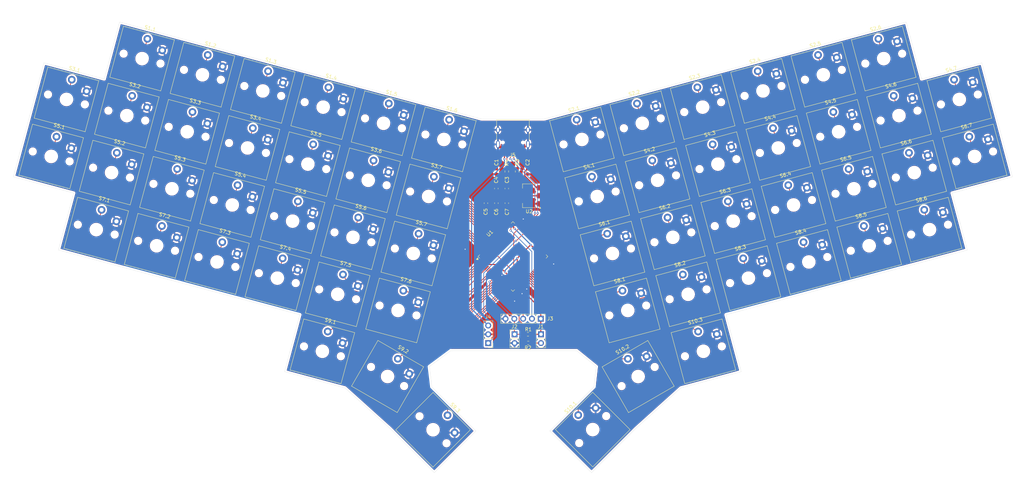
<source format=kicad_pcb>
(kicad_pcb (version 20240108) (generator "pcbnew") (generator_version "8.0")
  (layers (0 "F.Cu" signal) (31 "B.Cu" signal) (34 "B.Paste" user) (35 "F.Paste" user) (36 "B.SilkS" user "B.Silkscreen") (37 "F.SilkS" user "F.Silkscreen") (38 "B.Mask" user) (39 "F.Mask" user) (44 "Edge.Cuts" user))
  (net 0 "")
  (net 2 "+5V")
  (net 3 "GND")
  (net 5 "+3V3")
  (net 7 "BOOT")
  (net 8 "RESET")
  (net 9 "SWDIO")
  (net 10 "SWCLK")
  (net 12 "PA9")
  (net 14 "D_N")
  (net 17 "Net-(J5-CC1)")
  (net 18 "D_P")
  (net 19 "Net-(J5-CC2)")
  (net 20 "S1.1")
  (net 21 "S1.2")
  (net 22 "S1.3")
  (net 23 "S1.4")
  (net 24 "S1.5")
  (net 25 "S1.6")
  (net 26 "S2.1")
  (net 28 "S2.2")
  (net 29 "S2.3")
  (net 30 "S2.4")
  (net 31 "S2.5")
  (net 33 "S2.6")
  (net 34 "S3.1")
  (net 35 "S3.2")
  (net 37 "S3.3")
  (net 38 "S3.4")
  (net 39 "S3.5")
  (net 40 "S3.6")
  (net 41 "S3.7")
  (net 42 "S4.1")
  (net 44 "S4.2")
  (net 45 "S4.3")
  (net 46 "S4.4")
  (net 48 "S4.5")
  (net 49 "S4.6")
  (net 51 "S4.7")
  (net 52 "S5.1")
  (net 53 "S5.2")
  (net 54 "S5.3")
  (net 55 "S5.4")
  (net 56 "S5.5")
  (net 57 "S5.6")
  (net 59 "S5.7")
  (net 61 "S6.1")
  (net 64 "S6.2")
  (net 65 "S6.3")
  (net 67 "S6.4")
  (net 68 "S6.5")
  (net 69 "S6.6")
  (net 70 "S6.7")
  (net 72 "S7.1")
  (net 73 "S7.2")
  (net 74 "S7.3")
  (net 75 "S7.4")
  (net 76 "S7.5")
  (net 77 "S7.6")
  (net 78 "S8.1")
  (net 79 "S8.2")
  (net 80 "S8.3")
  (net 81 "S8.4")
  (net 82 "S8.5")
  (net 83 "S8.6")
  (net 84 "S9.1")
  (net 85 "S9.2")
  (net 88 "S9.3")
  (net 89 "S10.1")
  (net 91 "S10.2")
  (net 93 "S10.3")
  (net 94 "I2C_DAT")
  (net 95 "I2C_CLK")
  (footprint "Capacitor_SMD:C_0603_1608Metric" (layer "F.Cu") (at 210.988742 104.315001 90)
    (property "Reference" "C3")
    (property "Value" "4.7uF")
  )
  (footprint "ScottoKeebs_Choc:Choc_V1_1.00u" (layer "F.Cu") (at 101.5322 83.30447 -15)
    (property "Reference" "S3.2")
    (property "Value" "Keyswitch")
  )
  (footprint "ScottoKeebs_Choc:Choc_V1_1.00u" (layer "F.Cu") (at 97.132276 99.725209 -15)
    (property "Reference" "S5.2")
    (property "Value" "Keyswitch")
  )
  (footprint "Resistor_SMD:R_0603_1608Metric" (layer "F.Cu") (at 213.998778 99.394141 -90)
    (property "Reference" "R3")
    (property "Value" "5.1k")
  )
  (footprint "ScottoKeebs_Choc:Choc_V1_1.00u" (layer "F.Cu") (at 258.838545 118.360181 15)
    (property "Reference" "S6.2")
    (property "Value" "Keyswitch")
  )
  (footprint "Package_TO_SOT_SMD:SOT-223-3_TabPin2" (layer "F.Cu") (at 217.438742 106.396448 180)
    (property "Reference" "U2")
    (property "Value" "AMS1117-3.3")
  )
  (footprint "Connector_PinHeader_2.54mm:PinHeader_1x03_P2.54mm_Vertical" (layer "F.Cu") (at 205.648778 148.849141 180)
    (property "Reference" "J4")
    (property "Value" "Conn_01x03")
  )
  (footprint "ScottoKeebs_Choc:Choc_V1_1.00u" (layer "F.Cu") (at 144.892347 130.122177 -15)
    (property "Reference" "S7.4")
    (property "Value" "Keyswitch")
  )
  (footprint "Connector_PinHeader_2.54mm:PinHeader_1x02_P2.54mm_Vertical" (layer "F.Cu") (at 213.248778 146.299141)
    (property "Reference" "J2")
    (property "Value" "Conn_01x02")
  )
  (footprint "ScottoKeebs_Choc:Choc_V1_1.00u" (layer "F.Cu") (at 162.279013 134.780921 -15)
    (property "Reference" "S7.5")
    (property "Value" "Keyswitch")
  )
  (footprint "ScottoKeebs_Choc:Choc_V1_1.00u" (layer "F.Cu") (at 171.078859 101.939441 -15)
    (property "Reference" "S3.6")
    (property "Value" "Keyswitch")
  )
  (footprint "Capacitor_SMD:C_0603_1608Metric" (layer "F.Cu") (at 207.978778 99.394141 -90)
    (property "Reference" "C1")
    (property "Value" "100nF")
  )
  (footprint "ScottoKeebs_Choc:Choc_V1_1.00u" (layer "F.Cu") (at 328.385204 99.725206 15)
    (property "Reference" "S6.6")
    (property "Value" "Keyswitch")
  )
  (footprint "ScottoKeebs_Choc:Choc_V1_1.00u" (layer "F.Cu") (at 127.505682 125.463435 -15)
    (property "Reference" "S7.3")
    (property "Value" "Keyswitch")
  )
  (footprint "ScottoKeebs_Choc:Choc_V1_1.00u" (layer "F.Cu") (at 179.665678 139.439664 -15)
    (property "Reference" "S7.6")
    (property "Value" "Keyswitch")
  )
  (footprint "ScottoKeebs_Choc:Choc_V1_1.00u" (layer "F.Cu") (at 245.851808 139.43966 15)
    (property "Reference" "S8.1")
    (property "Value" "Keyswitch")
  )
  (footprint "Resistor_SMD:R_0603_1608Metric" (layer "F.Cu") (at 217.173778 148.799141)
    (property "Reference" "R2")
    (property "Value" "5.1k")
  )
  (footprint "ScottoKeebs_Choc:Choc_V1_1.00u" (layer "F.Cu") (at 302.198693 71.542473 15)
    (property "Reference" "S2.5")
    (property "Value" "Keyswitch")
  )
  (footprint "ScottoKeebs_Choc:Choc_V1_1.00u" (layer "F.Cu") (at 84.145535 78.645727 -15)
    (property "Reference" "S3.1")
    (property "Value" "Keyswitch")
  )
  (footprint "ScottoKeebs_Choc:Choc_V1_1.00u" (layer "F.Cu") (at 267.425366 80.859958 15)
    (property "Reference" "S2.3")
    (property "Value" "Keyswitch")
  )
  (footprint "ScottoKeebs_Choc:Choc_V1_1.00u" (layer "F.Cu") (at 114.518943 104.38395 -15)
    (property "Reference" "S5.3")
    (property "Value" "Keyswitch")
  )
  (footprint "ScottoKeebs_Choc:Choc_V1_1.00u" (layer "F.Cu") (at 192.865448 90.177445 -15)
    (property "Reference" "S1.6")
    (property "Value" "Keyswitch")
  )
  (footprint "ScottoKeebs_Choc:Choc_V1_1.00u" (layer "F.Cu") (at 157.879088 151.201659 -15)
    (property "Reference" "S9.1")
    (property "Value" "Keyswitch")
  )
  (footprint "ScottoKeebs_Choc:Choc_V1_1.00u" (layer "F.Cu") (at 267.638396 151.201655 15)
    (property "Reference" "S10.3")
    (property "Value" "Keyswitch")
  )
  (footprint "ScottoKeebs_Choc:Choc_V1_1.00u" (layer "F.Cu") (at 254.438623 101.939442 15)
    (property "Reference" "S4.2")
    (property "Value" "Keyswitch")
  )
  (footprint "ScottoKeebs_Choc:Choc_V1_1.00u" (layer "F.Cu") (at 189.753125 173.805211 -45)
    (property "Reference" "S9.3")
    (property "Value" "Keyswitch")
  )
  (footprint "ScottoKeebs_Choc:Choc_V1_1.00u" (layer "F.Cu") (at 298.011802 125.463433 15)
    (property "Reference" "S8.4")
    (property "Value" "Keyswitch")
  )
  (footprint "ScottoKeebs_Choc:Choc_V1_1.00u" (layer "F.Cu") (at 280.625138 130.122176 15)
    (property "Reference" "S8.3")
    (property "Value" "Keyswitch")
  )
  (footprint "ScottoKeebs_Choc:Choc_V1_1.00u" (layer "F.Cu") (at 289.211951 92.621955 15)
    (property "Reference" "S4.4")
    (property "Value" "Keyswitch")
  )
  (footprint "Resistor_SMD:R_0603_1608Metric" (layer "F.Cu") (at 210.988778 99.394141 -90)
    (property "Reference" "R4")
    (property "Value" "5.1k")
  )
  (footprint "ScottoKeebs_Choc:Choc_V1_1.00u" (layer "F.Cu") (at 284.812029 76.201217 15)
    (property "Reference" "S2.4")
    (property "Value" "Keyswitch")
  )
  (footprint "ScottoKeebs_Choc:Choc_V1_1.00u" (layer "F.Cu") (at 188.465524 106.598184 -15)
    (property "Reference" "S3.7")
    (property "Value" "Keyswitch")
  )
  (footprint "ScottoKeebs_Choc:Choc_V1_1.00u" (layer "F.Cu") (at 158.092118 80.85996 -15)
    (property "Reference" "S1.4")
    (property "Value" "Keyswitch")
  )
  (footprint "ScottoKeebs_Choc:Choc_V1_1.00u" (layer "F.Cu") (at 166.678937 118.360182 -15)
    (property "Reference" "S5.6")
    (property "Value" "Keyswitch")
  )
  (footprint "ScottoKeebs_Choc:Choc_V1_1.00u" (layer "F.Cu") (at 79.745611 95.066466 -15)
    (property "Reference" "S5.1")
    (property "Value" "Keyswitch")
  )
  (footprint "ScottoKeebs_Choc:Choc_V1_1.00u" (layer "F.Cu") (at 149.29227 113.701437 -15)
    (property "Reference" "S5.5")
    (property "Value" "Keyswitch")
  )
  (footprint "ScottoKeebs_Choc:Choc_V1_1.00u" (layer "F.Cu") (at 332.785131 116.145945 15)
    (property "Reference" "S8.6")
    (property "Value" "Keyswitch")
  )
  (footprint "ScottoKeebs_Choc:Choc_V1_1.00u" (layer "F.Cu") (at 293.611878 109.042693 15)
    (property "Reference" "S6.4")
    (property "Value" "Keyswitch")
  )
  (footprint "Capacitor_SMD:C_0603_1608Metric" (layer "F.Cu") (at 207.991258 108.53 -90)
    (property "Reference" "C6")
    (property "Value" "100nF")
  )
  (footprint "ScottoKeebs_Choc:Choc_V1_1.00u" (layer "F.Cu") (at 319.58536 66.883731 15)
    (property "Reference" "S2.6")
    (property "Value" "Keyswitch")
  )
  (footprint "ScottoKeebs_Choc:Choc_V1_1.00u" (layer "F.Cu") (at 184.065601 123.018923 -15)
    (property "Reference" "S5.7")
    (property "Value" "Keyswitch")
  )
  (footprint "ScottoKeebs_Choc:Choc_V1_1.00u" (layer "F.Cu") (at 250.038697 85.518701 15)
    (property "Reference" "S2.2")
    (property "Value" "Keyswitch")
  )
  (footprint "ScottoKeebs_Choc:Choc_V1_1.00u" (layer "F.Cu") (at 176.652795 158.459955 -30)
    (property "Reference" "S9.2")
    (property "Value" "Keyswitch")
  )
  (footprint "Capacitor_SMD:C_0603_1608Metric" (layer "F.Cu") (at 207.98 104.315001 90)
    (property "Reference" "C4")
    (property "Value" "100nF")
  )
  (footprint "ScottoKeebs_Choc:Choc_V1_1.00u" (layer "F.Cu") (at 263.238471 134.780916 15)
    (property "Reference" "S8.2")
    (property "Value" "Keyswitch")
  )
  (footprint "ScottoKeebs_Choc:Choc_V1_1.00u" (layer "F.Cu") (at 140.705453 76.201217 -15)
    (property "Reference" "S1.3")
    (property "Value" "Keyswitch")
  )
  (footprint "Connector_USB:USB_C_Receptacle_HRO_TYPE-C-31-M-12" (layer "F.Cu") (at 212.758742 88.446447 180)
    (property "Reference" "J5")
    (property "Value" "USB_C_Receptacle_USB2.0")
  )
  (footprint "ScottoKeebs_Choc:Choc_V1_1.00u" (layer "F.Cu") (at 248.838749 158.473506 30)
    (property "Reference" "S10.2")
    (property "Value" "Keyswitch")
  )
  (footprint "Package_QFP:LQFP-100_14x14mm_P0.5mm" (layer "F.Cu") (at 212.758742 123.887169 45)
    (property "Reference" "U1")
    (property "Value" "STM32F072V8Tx")
  )
  (footprint "ScottoKeebs_Choc:Choc_V1_1.00u" (layer "F.Cu") (at 271.825287 97.2807 15)
    (property "Reference" "S4.3")
    (property "Value" "Keyswitch")
  )
  (footprint "ScottoKeebs_Choc:Choc_V1_1.00u" (layer "F.Cu") (at 118.918867 87.96321 -15)
    (property "Reference" "S3.3")
    (property "Value" "Keyswitch")
  )
  (footprint "ScottoKeebs_Choc:Choc_V1_1.00u" (layer "F.Cu") (at 232.652036 90.177446 15)
    (property "Reference" "S2.1")
    (property "Value" "Keyswitch")
  )
  (footprint "ScottoKeebs_Choc:Choc_V1_1.00u" (layer "F.Cu") (at 345.77187 95.066464 15)
    (property "Reference" "S6.7")
    (property "Value" "Keyswitch")
  )
  (footprint "Connector_PinHeader_2.54mm:PinHeader_1x05_P2.54mm_Vertical" (layer "F.Cu") (at 220.788778 141.824141 -90)
    (property "Reference" "J3")
    (property "Value" "Conn_01x05")
  )
  (footprint "ScottoKeebs_Choc:Choc_V1_1.00u" (layer "F.Cu") (at 310.998545 104.38395 15)
    (property "Reference" "S6.5")
    (property "Value" "Keyswitch")
  )
  (footprint "Capacitor_SMD:C_0603_1608Metric" (layer "F.Cu") (at 217.008778 99.394141 -90)
    (property "Reference" "C2")
    (property "Value" "10uF")
  )
  (footprint "ScottoKeebs_Choc:Choc_V1_1.00u" (layer "F.Cu") (at 241.451883 123.018921 15)
    (property "Reference" "S6.1")
    (property "Value" "Keyswitch")
  )
  (footprint "ScottoKeebs_Choc:Choc_V1_1.00u" (layer "F.Cu") (at 105.932126 66.883731 -15)
    (property "Reference" "S1.1")
    (property "Value" "Keyswitch")
  )
  (footprint "ScottoKeebs_Choc:Choc_V1_1.00u" (layer "F.Cu") (at 276.22521 113.701439 15)
    (property "Reference" "S6.3")
    (property "Value" "Keyswitch")
  )
  (footprint "ScottoKeebs_Choc:Choc_V1_1.00u" (layer "F.Cu") (at 323.985285 83.304468 15)
    (property "Reference" "S4.6")
    (property "Value" "Keyswitch")
  )
  (footprint "ScottoKeebs_Choc:Choc_V1_1.00u" (layer "F.Cu") (at 131.905606 109.042696 -15)
    (property "Reference" "S5.4")
    (property "Value" "Keyswitch")
  )
  (footprint "ScottoKeebs_Choc:Choc_V1_1.00u" (layer "F.Cu") (at 237.051956 106.598182 15)
    (property "Reference" "S4.1")
    (property "Value" "Keyswitch")
  )
  (footprint "ScottoKeebs_Choc:Choc_V1_1.00u" (layer "F.Cu") (at 92.732352 116.145948 -15)
    (property "Reference" "S7.1")
    (property "Value" "Keyswitch")
  )
  (footprint "ScottoKeebs_Choc:Choc_V1_1.00u" (layer "F.Cu") (at 123.31879 71.542473 -15)
    (property "Reference" "S1.2")
    (property "Value" "Keyswitch")
  )
  (footprint "Capacitor_SMD:C_0603_1608Metric" (layer "F.Cu") (at 204.982516 108.53 -90)
    (property "Reference" "C5")
    (property "Value" "100nF")
  )
  (footprint "Connector_PinHeader_2.54mm:PinHeader_1x02_P2.54mm_Vertical" (layer "F.Cu") (at 220.848778 146.299141)
    (property "Reference" "J1")
    (property "Value" "Conn_01x02")
  )
  (footprint "ScottoKeebs_Choc:Choc_V1_1.00u" (layer "F.Cu") (at 153.692196 97.2807 -15)
    (property "Reference" "S3.5")
    (property "Value" "Keyswitch")
  )
  (footprint "ScottoKeebs_Choc:Choc_V1_1.00u" (layer "F.Cu") (at 175.478783 85.518702 -15)
    (property "Reference" "S1.5")
    (property "Value" "Keyswitch")
  )
  (footprint "ScottoKeebs_Choc:Choc_V1_1.00u" (layer "F.Cu") (at 341.371946 78.645724 15)
    (property "Reference" "S4.7")
    (property "Value" "Keyswitch")
  )
  (footprint "ScottoKeebs_Choc:Choc_V1_1.00u" (layer "F.Cu") (at 315.398464 120.804687 15)
    (property "Reference" "S8.5")
    (property "Value" "Keyswitch")
  )
  (footprint "ScottoKeebs_Choc:Choc_V1_1.00u" (layer "F.Cu") (at 306.598619 87.963211 15)
    (property "Reference" "S4.5")
    (property "Value" "Keyswitch")
  )
  (footprint "ScottoKeebs_Choc:Choc_V1_1.00u" (layer "F.Cu") (at 110.119018 120.80469 -15)
    (property "Reference" "S7.2")
    (property "Value" "Keyswitch")
  )
  (footprint "Capacitor_SMD:C_0603_1608Metric" (layer "F.Cu") (at 211 108.53 -90)
    (property "Reference" "C7")
    (property "Value" "100nF")
  )
  (footprint "Resistor_SMD:R_0603_1608Metric" (layer "F.Cu") (at 217.098778 146.299141)
    (property "Reference" "R1")
    (property "Value" "5.1k")
  )
  (footprint "ScottoKeebs_Choc:Choc_V1_1.00u" (layer "F.Cu") (at 136.30553 92.621957 -15)
    (property "Reference" "S3.4")
    (property "Value" "Keyswitch")
  )
  (footprint "ScottoKeebs_Choc:Choc_V1_1.00u" (layer "F.Cu") (at 235.75 173.75 45)
    (property "Reference" "S10.1")
    (property "Value" "Keyswitch")
  )
  (gr_line (start 248.13873 173.451655) (end 235.410808 186.179577) (stroke (width 0.05)) (layer "Edge.Cuts"))
  (gr_line (start 151.385719 140.661919) (end 146.985794 157.082657) (stroke (width 0.05)) (layer "Edge.Cuts"))
  (gr_line (start 235.410808 186.179577) (end 223.389994 174.158761) (stroke (width 0.05)) (layer "Edge.Cuts"))
  (gr_line (start 77.652164 68.105986) (end 68.852317 100.947464) (stroke (width 0.05)) (layer "Edge.Cuts"))
  (gr_line (start 223.389994 174.158761) (end 236.117916 161.430839) (stroke (width 0.05)) (layer "Edge.Cuts"))
  (gr_line (start 164.372459 161.7414) (end 177.378756 173.451658) (stroke (width 0.05)) (layer "Edge.Cuts"))
  (gr_line (start 278.53169 157.082653) (end 261.145025 161.741396) (stroke (width 0.05)) (layer "Edge.Cuts"))
  (gr_line (start 86.238982 105.606207) (end 81.839058 122.026946) (stroke (width 0.05)) (layer "Edge.Cuts"))
  (gr_line (start 95.038831 72.764729) (end 99.438756 56.34399) (stroke (width 0.05)) (layer "Edge.Cuts"))
  (gr_line (start 177.378756 173.451658) (end 190.106679 186.17958) (stroke (width 0.05)) (layer "Edge.Cuts"))
  (gr_line (start 343.678425 122.026943) (end 274.131767 140.661917) (stroke (width 0.05)) (layer "Edge.Cuts"))
  (gr_line (start 330.478654 72.764729) (end 347.865317 68.105983) (stroke (width 0.05)) (layer "Edge.Cuts"))
  (gr_line (start 146.985794 157.082657) (end 164.372459 161.7414) (stroke (width 0.05)) (layer "Edge.Cuts"))
  (gr_line (start 190.106679 186.17958) (end 202.127494 174.158764) (stroke (width 0.05)) (layer "Edge.Cuts"))
  (gr_line (start 347.865317 68.105983) (end 356.665164 100.947462) (stroke (width 0.05)) (layer "Edge.Cuts"))
  (gr_line (start 274.131767 140.661917) (end 278.53169 157.082653) (stroke (width 0.05)) (layer "Edge.Cuts"))
  (gr_line (start 236.794521 155.61229) (end 231.1 151) (stroke (width 0.05)) (layer "Edge.Cuts"))
  (gr_line (start 203.758742 84.296447) (end 221.758742 84.296448) (stroke (width 0.05)) (layer "Edge.Cuts"))
  (gr_line (start 221.758742 84.296448) (end 326.078731 56.34399) (stroke (width 0.05)) (layer "Edge.Cuts"))
  (gr_line (start 202.127494 174.158764) (end 189.399571 161.430842) (stroke (width 0.05)) (layer "Edge.Cuts"))
  (gr_line (start 95.038829 72.764729) (end 77.652164 68.105986) (stroke (width 0.05)) (layer "Edge.Cuts"))
  (gr_line (start 194.9 151) (end 231.1 151) (stroke (width 0.05)) (layer "Edge.Cuts"))
  (gr_line (start 203.758742 84.296447) (end 99.438756 56.34399) (stroke (width 0.05)) (layer "Edge.Cuts"))
  (gr_line (start 356.665164 100.947462) (end 339.278502 105.606204) (stroke (width 0.05)) (layer "Edge.Cuts"))
  (gr_line (start 261.145025 161.741396) (end 248.13873 173.451655) (stroke (width 0.05)) (layer "Edge.Cuts"))
  (gr_line (start 81.839058 122.026946) (end 151.385717 140.661918) (stroke (width 0.05)) (layer "Edge.Cuts"))
  (gr_line (start 68.852317 100.947464) (end 86.238981 105.606207) (stroke (width 0.05)) (layer "Edge.Cuts"))
  (gr_line (start 188.697024 155.598739) (end 194.9 151) (stroke (width 0.05)) (layer "Edge.Cuts"))
  (gr_line (start 189.399571 161.430842) (end 188.697024 155.598739) (stroke (width 0.05)) (layer "Edge.Cuts"))
  (gr_line (start 236.117916 161.430839) (end 236.794521 155.61229) (stroke (width 0.05)) (layer "Edge.Cuts"))
  (gr_line (start 326.078731 56.34399) (end 330.478654 72.764729) (stroke (width 0.05)) (layer "Edge.Cuts"))
  (gr_line (start 339.278502 105.606204) (end 343.678425 122.026943) (stroke (width 0.05)) (layer "Edge.Cuts"))
  (segment (start 219.641677 104.096448) (end 220.588742 104.096448) (width 0.3) (layer "F.Cu") (net 2))
  (segment (start 210.308742 94.194141) (end 210.308742 92.491447) (width 0.3) (layer "F.Cu") (net 2))
  (segment (start 210.308742 95.794105) (end 210.308742 94.194141) (width 0.3) (layer "F.Cu") (net 2))
  (segment (start 210.308743 91.631752) (end 210.308742 92.491447) (width 0.3) (layer "F.Cu") (net 2))
  (segment (start 215.208742 94.094141) (end 217.008778 95.894177) (width 0.3) (layer "F.Cu") (net 2))
  (segment (start 217.008778 98.619141) (end 216.183778 99.444141) (width 0.3) (layer "F.Cu") (net 2))
  (segment (start 210.308742 94.194141) (end 207.978778 96.524105) (width 0.3) (layer "F.Cu") (net 2))
  (segment (start 217.008778 95.894177) (end 217.008778 98.619141) (width 0.3) (layer "F.Cu") (net 2))
  (segment (start 213.938742 90.396447) (end 211.544047 90.396447) (width 0.3) (layer "F.Cu") (net 2))
  (segment (start 215.208742 94.094141) (end 215.208742 91.666448) (width 0.3) (layer "F.Cu") (net 2))
  (segment (start 216.183778 99.444141) (end 216.183778 100.638549) (width 0.3) (layer "F.Cu") (net 2))
  (segment (start 220.588742 104.096448) (end 220.588743 104.096447) (width 0.2) (layer "F.Cu") (net 2))
  (segment (start 216.183778 100.638549) (end 219.641677 104.096448) (width 0.3) (layer "F.Cu") (net 2))
  (segment (start 211.544047 90.396447) (end 210.308743 91.631752) (width 0.3) (layer "F.Cu") (net 2))
  (segment (start 215.208742 91.666448) (end 213.938742 90.396447) (width 0.3) (layer "F.Cu") (net 2))
  (segment (start 207.978778 96.524105) (end 207.978778 98.619141) (width 0.3) (layer "F.Cu") (net 2))
  (via (at 210.308742 95.794105) (size 0.6) (drill 0.3) (layers "F.Cu" "B.Cu") (net 2))
  (segment (start 200.858778 138.979141) (end 205.648778 143.769141) (width 0.3) (layer "B.Cu") (net 2))
  (segment (start 200.858778 106.694141) (end 200.858778 138.979141) (width 0.3) (layer "B.Cu") (net 2))
  (segment (start 210.308742 95.794105) (end 210.308742 97.244177) (width 0.3) (layer "B.Cu") (net 2))
  (segment (start 210.308742 97.244177) (end 200.858778 106.694141) (width 0.3) (layer "B.Cu") (net 2))
  (segment (start 209.508742 92.491447) (end 209.353742 92.491447) (width 0.2) (layer "F.Cu") (net 3))
  (segment (start 214.296699 133.203301) (end 215.4 134.306602) (width 0.2) (layer "F.Cu") (net 3))
  (segment (start 217.008778 100.169141) (end 222.633778 100.169141) (width 0.2) (layer "F.Cu") (net 3))
  (segment (start 222.356471 108.696448) (end 220.588742 108.696448) (width 0.2) (layer "F.Cu") (net 3))
  (segment (start 203.44261 122.349212) (end 202.854008 121.76061) (width 0.2) (layer "F.Cu") (net 3))
  (segment (start 215.75 113.117736) (end 215.75 113.1) (width 0.2) (layer "F.Cu") (net 3))
  (segment (start 216.008742 92.491447) (end 216.163742 92.491447) (width 0.2) (layer "F.Cu") (net 3))
  (segment (start 214.296699 114.571037) (end 215.75 113.117736) (width 0.2) (layer "F.Cu") (net 3))
  (segment (start 210.395173 131.200485) (end 210.395173 130.095173) (width 0.2) (layer "F.Cu") (net 3))
  (segment (start 209.353742 92.491447) (end 208.438742 91.576447) (width 0.2) (layer "F.Cu") (net 3))
  (segment (start 222.699748 126.05) (end 224.5 126.05) (width 0.2) (layer "F.Cu") (net 3))
  (segment (start 216.163742 92.491447) (end 217.078743 91.576448) (width 0.2) (layer "F.Cu") (net 3))
  (segment (start 215.4 134.306602) (end 215.4 134.6) (width 0.2) (layer "F.Cu") (net 3))
  (segment (start 222.074874 125.425126) (end 222.699748 126.05) (width 0.2) (layer "F.Cu") (net 3))
  (segment (start 202.854008 121.76061) (end 199.03939 121.76061) (width 0.2) (layer "F.Cu") (net 3))
  (segment (start 209.806571 131.789087) (end 210.395173 131.200485) (width 0.2) (layer "F.Cu") (net 3))
  (segment (start 223.358778 107.694141) (end 222.356471 108.696448) (width 0.2) (layer "F.Cu") (net 3))
  (segment (start 223.358778 100.894141) (end 223.358778 107.694141) (width 0.2) (layer "F.Cu") (net 3))
  (segment (start 210.395173 130.095173) (end 209.6 129.3) (width 0.2) (layer "F.Cu") (net 3))
  (segment (start 222.633778 100.169141) (end 223.358778 100.894141) (width 0.2) (layer "F.Cu") (net 3))
  (segment (start 199.03939 121.76061) (end 199 121.8) (width 0.2) (layer "F.Cu") (net 3))
  (via (at 199 121.8) (size 0.6) (drill 0.3) (layers "F.Cu" "B.Cu") (net 3))
  (via (at 216.75 133.25) (size 0.6) (drill 0.3) (layers "F.Cu" "B.Cu") (net 3))
  (via (at 209.6 129.3) (size 0.6) (drill 0.3) (layers "F.Cu" "B.Cu") (net 3))
  (via (at 224.5 126.05) (size 0.6) (drill 0.3) (layers "F.Cu" "B.Cu") (net 3))
  (via (at 215.4 134.6) (size 0.6) (drill 0.3) (layers "F.Cu" "B.Cu") (net 3))
  (via (at 213.25 136.75) (size 0.6) (drill 0.3) (layers "F.Cu" "B.Cu") (net 3))
  (via (at 215.75 113.1) (size 0.6) (drill 0.3) (layers "F.Cu" "B.Cu") (net 3))
  (segment (start 215.4 134.6) (end 213.25 136.75) (width 0.2) (layer "B.Cu") (net 3))
  (segment (start 215.4 134.6) (end 216.75 133.25) (width 0.2) (layer "B.Cu") (net 3))
  (segment (start 212.908778 115.519141) (end 212.908778 115.251852) (width 0.3) (layer "F.Cu") (net 5))
  (segment (start 203.089057 122.702765) (end 205.8 125.413708) (width 0.3) (layer "F.Cu") (net 5))
  (segment (start 205.8 125.413708) (end 205.8 125.896164) (width 0.3) (layer "F.Cu") (net 5))
  (segment (start 220.788778 138.988271) (end 220.788778 141.824141) (width 0.3) (layer "F.Cu") (net 5))
  (segment (start 220.588742 106.396447) (end 214.288742 106.396448) (width 0.3) (layer "F.Cu") (net 5))
  (segment (start 205.495426 126.200738) (end 204.856824 126.83934) (width 0.3) (layer "F.Cu") (net 5))
  (segment (start 210.988742 105.090002) (end 212.982296 105.090002) (width 0.3) (layer "F.Cu") (net 5))
  (segment (start 213.943146 114.217484) (end 215 113.16063) (width 0.3) (layer "F.Cu") (net 5))
  (segment (start 217.814954 120.587965) (end 214.008778 124.394141) (width 0.3) (layer "F.Cu") (net 5))
  (segment (start 213.296278 115.906641) (end 212.908778 115.519141) (width 0.3) (layer "F.Cu") (net 5))
  (segment (start 210.988742 105.090002) (end 207.98 105.090002) (width 0.3) (layer "F.Cu") (net 5))
  (segment (start 210.5 128.4) (end 208.300738 126.200738) (width 0.3) (layer "F.Cu") (net 5))
  (segment (start 211.7 130.602766) (end 210.160125 132.142641) (width 0.3) (layer "F.Cu") (net 5))
  (segment (start 220.788778 141.824141) (end 220.788778 146.239141) (width 0.3) (layer "F.Cu") (net 5))
  (segment (start 215 113) (end 214.288742 112.288742) (width 0.3) (layer "F.Cu") (net 5))
  (segment (start 208.300738 126.200738) (end 205.495426 126.200738) (width 0.3) (layer "F.Cu") (net 5))
  (segment (start 217.923778 146.299141) (end 220.848778 146.299141) (width 0.3) (layer "F.Cu") (net 5))
  (segment (start 217.944819 120.587965) (end 222.428427 125.071573) (width 0.3) (layer "F.Cu") (net 5))
  (segment (start 212.908778 115.251852) (end 213.943146 114.217484) (width 0.3) (layer "F.Cu") (net 5))
  (segment (start 217.944819 120.587965) (end 217.814954 120.587965) (width 0.3) (layer "F.Cu") (net 5))
  (segment (start 211.7 129.6) (end 211.7 130.602766) (width 0.3) (layer "F.Cu") (net 5))
  (segment (start 205.8 125.896164) (end 204.856824 126.83934) (width 0.3) (layer "F.Cu") (net 5))
  (segment (start 204.982516 107.754999) (end 207.991258 107.754999) (width 0.3) (layer "F.Cu") (net 5))
  (segment (start 212.982296 105.090002) (end 214.288742 106.396448) (width 0.3) (layer "F.Cu") (net 5))
  (segment (start 207.98 105.090002) (end 207.647513 105.090002) (width 0.3) (layer "F.Cu") (net 5))
  (segment (start 220.788778 146.239141) (end 220.848778 146.299141) (width 0.3) (layer "F.Cu") (net 5))
  (segment (start 207.991258 107.754999) (end 211 107.754999) (width 0.3) (layer "F.Cu") (net 5))
  (segment (start 214.288742 112.288742) (end 214.288742 106.396448) (width 0.3) (layer "F.Cu") (net 5))
  (segment (start 215 113.16063) (end 215 113) (width 0.3) (layer "F.Cu") (net 5))
  (segment (start 214.011651 132.211145) (end 214.008778 124.394141) (width 0.3) (layer "F.Cu") (net 5))
  (segment (start 207.647513 105.090002) (end 204.982516 107.754999) (width 0.3) (layer "F.Cu") (net 5))
  (segment (start 214.650253 132.849746) (end 220.788778 138.988271) (width 0.3) (layer "F.Cu") (net 5))
  (segment (start 210.5 128.4) (end 211.7 129.6) (width 0.3) (layer "F.Cu") (net 5))
  (segment (start 214.650253 132.849746) (end 214.011651 132.211145) (width 0.3) (layer "F.Cu") (net 5))
  (via (at 217.944819 120.587965) (size 0.6) (drill 0.3) (layers "F.Cu" "B.Cu") (net 5))
  (via (at 214.008778 124.394141) (size 0.6) (drill 0.3) (layers "F.Cu" "B.Cu") (net 5))
  (via (at 210.5 128.4) (size 0.6) (drill 0.3) (layers "F.Cu" "B.Cu") (net 5))
  (via (at 213.296278 115.906641) (size 0.6) (drill 0.3) (layers "F.Cu" "B.Cu") (net 5))
  (segment (start 210.5 127.902919) (end 210.5 128.4) (width 0.3) (layer "B.Cu") (net 5))
  (segment (start 217.944819 120.587965) (end 217.944819 120.555182) (width 0.3) (layer "B.Cu") (net 5))
  (segment (start 214.008778 124.394141) (end 210.5 127.902919) (width 0.3) (layer "B.Cu") (net 5))
  (segment (start 217.944819 120.555182) (end 213.296278 115.906641) (width 0.3) (layer "B.Cu") (net 5))
  (segment (start 217.223778 144.965487) (end 214.558778 142.300487) (width 0.2) (layer "F.Cu") (net 7))
  (segment (start 214.558778 142.300487) (end 214.558778 136.144141) (width 0.2) (layer "F.Cu") (net 7))
  (segment (start 217.223778 146.786789) (end 217.223778 144.965487) (width 0.2) (layer "F.Cu") (net 7))
  (segment (start 205.210377 120.581445) (end 212.516493 127.887561) (width 0.2) (layer "F.Cu") (net 7))
  (segment (start 214.558778 136.144141) (end 212.516493 134.101856) (width 0.2) (layer "F.Cu") (net 7))
  (segment (start 219.27613 148.839141) (end 217.223778 146.786789) (width 0.2) (layer "F.Cu") (net 7))
  (segment (start 220.848778 148.839141) (end 219.27613 148.839141) (width 0.2) (layer "F.Cu") (net 7))
  (segment (start 220.848778 148.839141) (end 218.038778 148.839141) (width 0.2) (layer "F.Cu") (net 7))
  (segment (start 218.038778 148.839141) (end 217.998778 148.799141) (width 0.2) (layer "F.Cu") (net 7))
  (segment (start 212.516493 134.101856) (end 212.516493 127.887561) (width 0.2) (layer "F.Cu") (net 7))
  (segment (start 213.248778 146.299141) (end 216.273778 146.299141) (width 0.2) (layer "F.Cu") (net 8))
  (segment (start 206.038778 131.172817) (end 206.180201 131.172817) (width 0.2) (layer "F.Cu") (net 8))
  (segment (start 213.168778 146.069141) (end 213.248778 146.149141) (width 0.2) (layer "F.Cu") (net 8))
  (segment (start 213.168778 141.824141) (end 213.168778 146.069141) (width 0.2) (layer "F.Cu") (net 8))
  (segment (start 206.180201 131.172817) (end 207.685251 129.667767) (width 0.2) (layer "F.Cu") (net 8))
  (via (at 206.038778 131.172817) (size 0.6) (drill 0.3) (layers "F.Cu" "B.Cu") (net 8))
  (segment (start 206.038778 134.694141) (end 213.168778 141.824141) (width 0.2) (layer "B.Cu") (net 8))
  (segment (start 206.038778 131.172817) (end 206.038778 134.694141) (width 0.2) (layer "B.Cu") (net 8))
  (segment (start 215.708778 135.958882) (end 215.708778 141.824141) (width 0.2) (layer "F.Cu") (net 9))
  (segment (start 213.000991 133.251095) (end 215.708778 135.958882) (width 0.2) (layer "F.Cu") (net 9))
  (segment (start 213.000991 117.280959) (end 213.000991 133.251095) (width 0.2) (layer "F.Cu") (net 9))
  (segment (start 215.003806 115.278144) (end 213.000991 117.280959) (width 0.2) (layer "F.Cu") (net 9))
  (segment (start 212.121278 116.381641) (end 212.16294 116.339979) (width 0.2) (layer "F.Cu") (net 10))
  (segment (start 212.16294 116.339979) (end 212.16294 114.806086) (width 0.2) (layer "F.Cu") (net 10))
  (segment (start 212.16294 114.806086) (end 211.574338 114.217484) (width 0.2) (layer "F.Cu") (net 10))
  (via (at 212.121278 116.381641) (size 0.6) (drill 0.3) (layers "F.Cu" "B.Cu") (net 10))
  (segment (start 212.121278 116.381641) (end 218.208778 122.469141) (width 0.2) (layer "B.Cu") (net 10))
  (segment (start 218.208778 122.469141) (end 218.208778 141.784141) (width 0.2) (layer "B.Cu") (net 10))
  (segment (start 218.208778 141.784141) (end 218.248778 141.824141) (width 0.2) (layer "B.Cu") (net 10))
  (segment (start 213.716237 119.394141) (end 216.41802 116.692358) (width 0.2) (layer "F.Cu") (net 12))
  (segment (start 213.608778 119.394141) (end 213.716237 119.394141) (width 0.2) (layer "F.Cu") (net 12))
  (via (at 213.608778 119.394141) (size 0.6) (drill 0.3) (layers "F.Cu" "B.Cu") (net 12))
  (segment (start 204.358778 139.694141) (end 207.608778 142.944141) (width 0.2) (layer "B.Cu") (net 12))
  (segment (start 207.608778 146.889141) (end 205.648778 148.849141) (width 0.2) (layer "B.Cu") (net 12))
  (segment (start 204.358778 128.644141) (end 204.358778 139.694141) (width 0.2) (layer "B.Cu") (net 12))
  (segment (start 213.608778 119.394141) (end 204.358778 128.644141) (width 0.2) (layer "B.Cu") (net 12))
  (segment (start 207.608778 142.944141) (end 207.608778 146.889141) (width 0.2) (layer "B.Cu") (net 12))
  (segment (start 215.710913 115.985251) (end 219.908778 111.787386) (width 0.2) (layer "F.Cu") (net 14))
  (segment (start 212.793742 94.451447) (end 213.008778 94.451447) (width 0.2) (layer "F.Cu") (net 14))
  (segment (start 213.508743 94.116447) (end 213.508742 92.491447) (width 0.2) (layer "F.Cu") (net 14))
  (segment (start 219.908778 111.787386) (end 219.908778 111.444141) (width 0.2) (layer "F.Cu") (net 14))
  (segment (start 213.008778 94.451447) (end 213.173742 94.451447) (width 0.2) (layer "F.Cu") (net 14))
  (segment (start 212.508742 94.166448) (end 212.793742 94.451447) (width 0.2) (layer "F.Cu") (net 14))
  (segment (start 213.173742 94.451447) (end 213.508743 94.116447) (width 0.2) (layer "F.Cu") (net 14))
  (segment (start 213.008778 94.451447) (end 213.008778 95.794141) (width 0.2) (layer "F.Cu") (net 14))
  (segment (start 212.508742 92.491447) (end 212.508742 94.166448) (width 0.2) (layer "F.Cu") (net 14))
  (via (at 213.008778 95.794141) (size 0.6) (drill 0.3) (layers "F.Cu" "B.Cu") (net 14))
  (via (at 219.908778 111.444141) (size 0.6) (drill 0.3) (layers "F.Cu" "B.Cu") (net 14))
  (segment (start 219.908778 102.694141) (end 219.908778 111.444141) (width 0.2) (layer "B.Cu") (net 14))
  (segment (start 213.008778 95.794141) (end 219.908778 102.694141) (width 0.2) (layer "B.Cu") (net 14))
  (segment (start 214.008743 98.559176) (end 213.998778 98.569141) (width 0.2) (layer "F.Cu") (net 17))
  (segment (start 214.008743 92.491447) (end 214.008743 98.559176) (width 0.2) (layer "F.Cu") (net 17))
  (segment (start 215.357359 115.631697) (end 219.108778 111.880278) (width 0.2) (layer "F.Cu") (net 18))
  (segment (start 212.008742 92.491447) (end 212.008742 95.794105) (width 0.2) (layer "F.Cu") (net 18))
  (segment (start 213.008742 92.491448) (end 213.008742 91.516447) (width 0.2) (layer "F.Cu") (net 18))
  (segment (start 213.008742 91.516447) (end 212.698742 91.206447) (width 0.2) (layer "F.Cu") (net 18))
  (segment (start 212.008742 91.516447) (end 212.008742 92.491448) (width 0.2) (layer "F.Cu") (net 18))
  (segment (start 212.318743 91.206447) (end 212.008742 91.516447) (width 0.2) (layer "F.Cu") (net 18))
  (segment (start 219.108778 111.880278) (end 219.108778 111.444141) (width 0.2) (layer "F.Cu") (net 18))
  (segment (start 212.008742 95.794105) (end 212.008778 95.794141) (width 0.2) (layer "F.Cu") (net 18))
  (segment (start 212.698742 91.206447) (end 212.318743 91.206447) (width 0.2) (layer "F.Cu") (net 18))
  (via (at 219.108778 111.444141) (size 0.6) (drill 0.3) (layers "F.Cu" "B.Cu") (net 18))
  (via (at 212.008778 95.794141) (size 0.6) (drill 0.3) (layers "F.Cu" "B.Cu") (net 18))
  (segment (start 219.108778 111.444141) (end 219.108778 102.894141) (width 0.2) (layer "B.Cu") (net 18))
  (segment (start 219.108778 102.894141) (end 212.008778 95.794141) (width 0.2) (layer "B.Cu") (net 18))
  (segment (start 211.008742 98.549177) (end 210.988778 98.569141) (width 0.2) (layer "F.Cu") (net 19))
  (segment (start 211.008742 92.491448) (end 211.008742 98.549177) (width 0.2) (layer "F.Cu") (net 19))
  (segment (start 207.331696 118.460124) (end 197 108.128428) (width 0.2) (layer "F.Cu") (net 20))
  (segment (start 197 102.865478) (end 194.317261 100.182739) (width 0.2) (layer "F.Cu") (net 20))
  (segment (start 194.317261 100.182739) (end 194.3 100.165478) (width 0.2) (layer "F.Cu") (net 20))
  (segment (start 107.459157 61.184769) (end 106.879796 63.346973) (width 0.2) (layer "F.Cu") (net 20))
  (segment (start 116.028295 79.192637) (end 194.3 100.165478) (width 0.2) (layer "F.Cu") (net 20))
  (segment (start 197 108.128428) (end 197 102.865478) (width 0.2) (layer "F.Cu") (net 20))
  (segment (start 106.879796 63.346973) (end 116.028295 79.192637) (width 0.2) (layer "F.Cu") (net 20))
  (segment (start 197.4 107.82132) (end 197.4 102.266804) (width 0.2) (layer "F.Cu") (net 21))
  (segment (start 124.266461 68.005715) (end 132.707854 82.626636) (width 0.2) (layer "F.Cu") (net 21))
  (segment (start 207.685251 118.106571) (end 197.4 107.82132) (width 0.2) (layer "F.Cu") (net 21))
  (segment (start 197.4 102.266804) (end 195.566598 100.433402) (width 0.2) (layer "F.Cu") (net 21))
  (segment (start 195.566598 100.433402) (end 194.25 99.116805) (width 0.2) (layer "F.Cu") (net 21))
  (segment (start 132.707854 82.626636) (end 133.632349 82.874353) (width 0.2) (layer "F.Cu") (net 21))
  (segment (start 124.845822 65.843512) (end 124.266461 68.005715) (width 0.2) (layer "F.Cu") (net 21))
  (segment (start 133.632349 82.874353) (end 194.25 99.116805) (width 0.2) (layer "F.Cu") (net 21))
  (segment (start 208.038804 117.753018) (end 208.038804 117.682306) (width 0.2) (layer "F.Cu") (net 22))
  (segment (start 142.232486 70.502254) (end 141.653125 72.664458) (width 0.2) (layer "F.Cu") (net 22))
  (segment (start 141.653125 72.664458) (end 149.38741 86.060634) (width 0.2) (layer "F.Cu") (net 22))
  (segment (start 149.38741 86.060634) (end 153.209685 87.084808) (width 0.2) (layer "F.Cu") (net 22))
  (segment (start 197.8 101.448514) (end 195.050743 98.699257) (width 0.2) (layer "F.Cu") (net 22))
  (segment (start 197.8 107.443502) (end 197.8 101.448514) (width 0.2) (layer "F.Cu") (net 22))
  (segment (start 208.038804 117.682306) (end 197.8 107.443502) (width 0.2) (layer "F.Cu") (net 22))
  (segment (start 195.050743 98.699257) (end 194.5 98.148514) (width 0.2) (layer "F.Cu") (net 22))
  (segment (start 153.209685 87.084808) (end 194.5 98.148514) (width 0.2) (layer "F.Cu") (net 22))
  (segment (start 159.03979 77.323202) (end 166.066968 89.494632) (width 0.2) (layer "F.Cu") (net 23))
  (segment (start 208.392358 117.399464) (end 198.2 107.207106) (width 0.2) (layer "F.Cu") (net 23))
  (segment (start 159.619152 75.160997) (end 159.03979 77.323202) (width 0.2) (layer "F.Cu") (net 23))
  (segment (start 166.066968 89.494632) (end 170.372206 90.648217) (width 0.2) (layer "F.Cu") (net 23))
  (segment (start 198.2 107.207106) (end 198.2 100.630226) (width 0.2) (layer "F.Cu") (net 23))
  (segment (start 195.034887 97.465113) (end 194.75 97.180226) (width 0.2) (layer "F.Cu") (net 23))
  (segment (start 170.372206 90.648217) (end 194.75 97.180226) (width 0.2) (layer "F.Cu") (net 23))
  (segment (start 198.2 100.630226) (end 195.034887 97.465113) (width 0.2) (layer "F.Cu") (net 23))
  (segment (start 198.6 106.9) (end 198.6 99.811936) (width 0.2) (layer "F.Cu") (net 24))
  (segment (start 177.005817 79.81974) (end 176.415354 82.023372) (width 0.2) (layer "F.Cu") (net 24))
  (segment (start 196.394032 97.605968) (end 195 96.211937) (width 0.2) (layer "F.Cu") (net 24))
  (segment (start 198.6 99.811936) (end 196.394032 97.605968) (width 0.2) (layer "F.Cu") (net 24))
  (segment (start 208.745911 117.045911) (end 198.6 106.9) (width 0.2) (layer "F.Cu") (net 24))
  (segment (start 176.415354 82.023372) (end 182.705098 92.917528) (width 0.2) (layer "F.Cu") (net 24))
  (segment (start 182.705098 92.917528) (end 195 96.211937) (width 0.2) (layer "F.Cu") (net 24))
  (segment (start 196.75 96.75) (end 195.5 95.5) (width 0.2) (layer "F.Cu") (net 25))
  (segment (start 193.672609 87.165079) (end 195.562146 90.437854) (width 0.2) (layer "F.Cu") (net 25))
  (segment (start 199 99) (end 196.75 96.75) (width 0.2) (layer "F.Cu") (net 25))
  (segment (start 194.39248 84.478484) (end 193.672609 87.165079) (width 0.2) (layer "F.Cu") (net 25))
  (segment (start 199 106.592894) (end 199 99) (width 0.2) (layer "F.Cu") (net 25))
  (segment (start 195.5 90.5) (end 195.562146 90.437854) (width 0.2) (layer "F.Cu") (net 25))
  (segment (start 209.099464 116.692358) (end 199 106.592894) (width 0.2) (layer "F.Cu") (net 25))
  (segment (start 195.5 95.5) (end 195.5 90.5) (width 0.2) (layer "F.Cu") (net 25))
  (segment (start 231.125002 84.478482) (end 231.857127 87.210803) (width 0.2) (layer "F.Cu") (net 26))
  (segment (start 224.358778 111.580026) (end 217.832233 118.106571) (width 0.2) (layer "F.Cu") (net 26))
  (segment (start 231.857127 87.210803) (end 226.698754 96.145366) (width 0.2) (layer "F.Cu") (net 26))
  (segment (start 224.358778 98.485342) (end 224.358778 111.580026) (width 0.2) (layer "F.Cu") (net 26))
  (segment (start 226.698754 96.145366) (end 224.358778 98.485342) (width 0.2) (layer "F.Cu") (net 26))
  (segment (start 223.655274 112.990637) (end 218.185788 118.460124) (width 0.2) (layer "F.Cu") (net 28))
  (segment (start 240.480534 93.487827) (end 235.650906 94.78192) (width 0.2) (layer "F.Cu") (net 28))
  (segment (start 248.511667 79.819737) (end 249.091028 81.981941) (width 0.2) (layer "F.Cu") (net 28))
  (segment (start 249.091028 81.981941) (end 242.80819 92.86413) (width 0.2) (layer "F.Cu") (net 28))
  (segment (start 225.108778 111.537133) (end 223.655274 112.990637) (width 0.2) (layer "F.Cu") (net 28))
  (segment (start 235.650906 94.78192) (end 226.957573 97.111291) (width 0.2) (layer "F.Cu") (net 28))
  (segment (start 225.108778 98.960086) (end 225.108778 111.537133) (width 0.2) (layer "F.Cu") (net 28))
  (segment (start 242.80819 92.86413) (end 240.480534 93.487827) (width 0.2) (layer "F.Cu") (net 28))
  (segment (start 226.957573 97.111291) (end 225.108778 98.960086) (width 0.2) (layer "F.Cu") (net 28))
  (segment (start 227.258742 98.065869) (end 227.216391 98.077218) (width 0.2) (layer "F.Cu") (net 29))
  (segment (start 235.42676 95.877255) (end 227.258742 98.065869) (width 0.2) (layer "F.Cu") (net 29))
  (segment (start 227.216391 98.077218) (end 225.858778 99.434831) (width 0.2) (layer "F.Cu") (net 29))
  (segment (start 265.898332 75.160996) (end 266.501046 77.410354) (width 0.2) (layer "F.Cu") (net 29))
  (segment (start 266.501046 77.410354) (end 259.574908 89.406779) (width 0.2) (layer "F.Cu") (net 29))
  (segment (start 259.574908 89.406779) (end 258.608981 89.665599) (width 0.2) (layer "F.Cu") (net 29))
  (segment (start 225.858778 99.434831) (end 225.858778 111.49424) (width 0.2) (layer "F.Cu") (net 29))
  (segment (start 225.858778 111.49424) (end 218.53934 118.813678) (width 0.2) (layer "F.Cu") (net 29))
  (segment (start 258.608981 89.665599) (end 235.42676 95.877255) (width 0.2) (layer "F.Cu") (net 29))
  (segment (start 226.608778 111.451347) (end 225.758742 112.301383) (width 0.2) (layer "F.Cu") (net 30))
  (segment (start 283.284996 70.502254) (end 284.01712 73.234575) (width 0.2) (layer "F.Cu") (net 30))
  (segment (start 235.202616 96.972592) (end 227.475212 99.043144) (width 0.2) (layer "F.Cu") (net 30))
  (segment (start 227.475212 99.043144) (end 226.608778 99.909578) (width 0.2) (layer "F.Cu") (net 30))
  (segment (start 284.01712 73.234575) (end 276.737429 85.843372) (width 0.2) (layer "F.Cu") (net 30))
  (segment (start 275.28854 86.2316) (end 235.202616 96.972592) (width 0.2) (layer "F.Cu") (net 30))
  (segment (start 226.608778 99.909578) (end 226.608778 111.451347) (width 0.2) (layer "F.Cu") (net 30))
  (segment (start 225.758742 112.301383) (end 218.892893 119.167231) (width 0.2) (layer "F.Cu") (net 30))
  (segment (start 276.737429 85.843372) (end 275.28854 86.2316) (width 0.2) (layer "F.Cu") (net 30))
  (segment (start 227.358778 100.384323) (end 227.358778 111.408455) (width 0.2) (layer "F.Cu") (net 31))
  (segment (start 301.251021 68.005713) (end 292.846865 82.562136) (width 0.2) (layer "F.Cu") (net 31))
  (segment (start 227.734031 100.00907) (end 227.358778 100.384323) (width 0.2) (layer "F.Cu") (net 31))
  (segment (start 227.358778 111.408455) (end 219.246448 119.520785) (width 0.2) (layer "F.Cu") (net 31))
  (segment (start 233.046621 98.585563) (end 227.734031 100.00907) (width 0.2) (layer "F.Cu") (net 31))
  (segment (start 290.519207 83.18583) (end 233.046621 98.585563) (width 0.2) (layer "F.Cu") (net 31))
  (segment (start 292.846865 82.562136) (end 290.519207 83.18583) (width 0.2) (layer "F.Cu") (net 31))
  (segment (start 300.671662 65.843509) (end 301.251021 68.005713) (width 0.2) (layer "F.Cu") (net 31))
  (segment (start 318.66104 63.434126) (end 309.613581 79.104786) (width 0.2) (layer "F.Cu") (net 33))
  (segment (start 227.99285 111.481488) (end 219.6 119.874338) (width 0.2) (layer "F.Cu") (net 33))
  (segment (start 232.822479 99.680899) (end 227.992851 100.974995) (width 0.2) (layer "F.Cu") (net 33))
  (segment (start 295.124693 82.98707) (end 232.822479 99.680899) (width 0.2) (layer "F.Cu") (net 33))
  (segment (start 318.058327 61.184767) (end 318.66104 63.434126) (width 0.2) (layer "F.Cu") (net 33))
  (segment (start 309.613581 79.104786) (end 295.124693 82.98707) (width 0.2) (layer "F.Cu") (net 33))
  (segment (start 227.992851 100.974995) (end 227.99285 111.481488) (width 0.2) (layer "F.Cu") (net 33))
  (segment (start 94.68324 91.072942) (end 193.207674 117.472485) (width 0.2) (layer "F.Cu") (net 34))
  (segment (start 199.272992 117.472485) (end 203.796164 121.995659) (width 0.2) (layer "F.Cu") (net 34))
  (segment (start 93.717314 90.814122) (end 94.68324 91.072942) (width 0.2) (layer "F.Cu") (net 34))
  (segment (start 193.207674 117.472485) (end 199.272992 117.472485) (width 0.2) (layer "F.Cu") (net 34))
  (segment (start 85.672567 72.946766) (end 84.952696 75.63336) (width 0.2) (layer "F.Cu") (net 34))
  (segment (start 84.952696 75.63336) (end 93.717314 90.814122) (width 0.2) (layer "F.Cu") (net 34))
  (segment (start 102.479872 79.767713) (end 110.921264 94.388631) (width 0.2) (layer "F.Cu") (net 35))
  (segment (start 113.777612 95.153988) (end 193.466493 116.50656) (width 0.2) (layer "F.Cu") (net 35))
  (segment (start 103.059232 77.605509) (end 102.479872 79.767713) (width 0.2) (layer "F.Cu") (net 35))
  (segment (start 110.921264 94.388631) (end 113.777612 95.153988) (width 0.2) (layer "F.Cu") (net 35))
  (segment (start 199.014171 116.506559) (end 204.149717 121.642105) (width 0.2) (layer "F.Cu") (net 35))
  (segment (start 193.466493 116.50656) (end 199.014171 116.506559) (width 0.2) (layer "F.Cu") (net 35))
  (segment (start 119.866537 84.426452) (end 127.600824 97.822631) (width 0.2) (layer "F.Cu") (net 37))
  (segment (start 120.445898 82.26425) (end 119.866537 84.426452) (width 0.2) (layer "F.Cu") (net 37))
  (segment (start 193.725312 115.540633) (end 198.75535 115.540632) (width 0.2) (layer "F.Cu") (net 37))
  (segment (start 129.008282 98.199758) (end 193.725312 115.540633) (width 0.2) (layer "F.Cu") (net 37))
  (segment (start 198.75535 115.540632) (end 204.50327 121.288552) (width 0.2) (layer "F.Cu") (net 37))
  (segment (start 127.600824 97.822631) (end 129.008282 98.199758) (width 0.2) (layer "F.Cu") (net 37))
  (segment (start 137.832562 86.922993) (end 137.253201 89.085197) (width 0.2) (layer "F.Cu") (net 38))
  (segment (start 144.280381 101.256627) (end 150.034506 102.798441) (width 0.2) (layer "F.Cu") (net 38))
  (segment (start 137.253201 89.085197) (end 144.280381 101.256627) (width 0.2) (layer "F.Cu") (net 38))
  (segment (start 198.496533 114.574708) (end 204.856824 120.934999) (width 0.2) (layer "F.Cu") (net 38))
  (segment (start 150.034506 102.798441) (end 193.984131 114.574707) (width 0.2) (layer "F.Cu") (net 38))
  (segment (start 193.984131 114.574707) (end 198.496533 114.574708) (width 0.2) (layer "F.Cu") (net 38))
  (segment (start 155.219228 91.581736) (end 154.639867 93.74394) (width 0.2) (layer "F.Cu") (net 39))
  (segment (start 166.231101 106.103029) (end 194.24295 113.608781) (width 0.2) (layer "F.Cu") (net 39))
  (segment (start 194.24295 113.608781) (end 200.359033 113.608781) (width 0.2) (layer "F.Cu") (net 39))
  (segment (start 160.959939 104.690625) (end 166.231101 106.103029) (width 0.2) (layer "F.Cu") (net 39))
  (segment (start 154.639867 93.74394) (end 160.959939 104.690625) (width 0.2) (layer "F.Cu") (net 39))
  (segment (start 200.359033 113.608781) (end 206.271037 119.520786) (width 0.2) (layer "F.Cu") (net 39))
  (segment (start 194.501769 112.642856) (end 200.100217 112.642856) (width 0.2) (layer "F.Cu") (net 40))
  (segment (start 200.100217 112.642856) (end 206.624591 119.167231) (width 0.2) (layer "F.Cu") (net 40))
  (segment (start 171.886021 98.927074) (end 177.115104 107.984114) (width 0.2) (layer "F.Cu") (net 40))
  (segment (start 177.115104 107.984114) (end 194.501769 112.642856) (width 0.2) (layer "F.Cu") (net 40))
  (segment (start 172.605892 96.24048) (end 171.886021 98.927074) (width 0.2) (layer "F.Cu") (net 40))
  (segment (start 189.992557 100.899223) (end 189.402095 103.102854) (width 0.2) (layer "F.Cu") (net 41))
  (segment (start 199.840901 111.676435) (end 206.978144 118.813678) (width 0.2) (layer "F.Cu") (net 41))
  (segment (start 189.402095 103.102854) (end 194.277625 111.54752) (width 0.2) (layer "F.Cu") (net 41))
  (segment (start 194.758742 111.676435) (end 199.840901 111.676435) (width 0.2) (layer "F.Cu") (net 41))
  (segment (start 194.277625 111.54752) (end 194.758742 111.676435) (width 0.2) (layer "F.Cu") (net 41))
  (segment (start 235.524926 100.89922) (end 236.104286 103.061425) (width 0.2) (layer "F.Cu") (net 42))
  (segment (start 231.235665 111.494124) (end 230.839857 111.60018) (width 0.2) (layer "F.Cu") (net 42))
  (segment (start 230.839857 111.60018) (end 228.581264 111.60018) (width 0.2) (layer "F.Cu") (net 42))
  (segment (start 236.104286 103.061425) (end 231.235665 111.494124) (width 0.2) (layer "F.Cu") (net 42))
  (segment (start 228.581264 111.60018) (end 219.953553 120.227892) (width 0.2) (layer "F.Cu") (net 42))
  (segment (start 247.979026 107.949618) (end 248.002379 108.036771) (width 0.2) (layer "F.Cu") (net 44))
  (segment (start 253.490952 98.402683) (end 247.979026 107.949618) (width 0.2) (layer "F.Cu") (net 44))
  (segment (start 252.91159 96.240478) (end 253.490952 98.402683) (width 0.2) (layer "F.Cu") (net 44))
  (segment (start 248.002379 108.036771) (end 235.928305 111.27201) (width 0.2) (layer "F.Cu") (net 44))
  (segment (start 228.322446 112.566106) (end 220.307108 120.581445) (width 0.2) (layer "F.Cu") (net 44))
  (segment (start 231.098676 112.566107) (end 228.322446 112.566106) (width 0.2) (layer "F.Cu") (net 44))
  (segment (start 235.928305 111.27201) (end 231.098676 112.566107) (width 0.2) (layer "F.Cu") (net 44))
  (segment (start 271.030378 94.314057) (end 265.1649 104.473366) (width 0.2) (layer "F.Cu") (net 45))
  (segment (start 231.357495 113.532032) (end 228.063626 113.532032) (width 0.2) (layer "F.Cu") (net 45))
  (segment (start 228.063626 113.532032) (end 220.66066 120.934998) (width 0.2) (layer "F.Cu") (net 45))
  (segment (start 265.1649 104.473366) (end 257.920457 106.414509) (width 0.2) (layer "F.Cu") (net 45))
  (segment (start 236.187124 112.237936) (end 231.357495 113.532032) (width 0.2) (layer "F.Cu") (net 45))
  (segment (start 257.920457 106.414509) (end 236.187124 112.237936) (width 0.2) (layer "F.Cu") (net 45))
  (segment (start 270.298255 91.581735) (end 271.030378 94.314057) (width 0.2) (layer "F.Cu") (net 45))
  (segment (start 281.361496 101.168777) (end 236.445944 113.20386) (width 0.2) (layer "F.Cu") (net 46))
  (segment (start 236.445944 113.20386) (end 231.616314 114.497956) (width 0.2) (layer "F.Cu") (net 46))
  (segment (start 227.80481 114.497957) (end 221.014214 121.288552) (width 0.2) (layer "F.Cu") (net 46))
  (segment (start 231.616314 114.497956) (end 227.80481 114.497957) (width 0.2) (layer "F.Cu") (net 46))
  (segment (start 287.684921 86.922993) (end 288.287636 89.172352) (width 0.2) (layer "F.Cu") (net 46))
  (segment (start 288.287636 89.172352) (end 281.361496 101.168777) (width 0.2) (layer "F.Cu") (net 46))
  (segment (start 298.041054 97.734779) (end 252.159576 110.028681) (width 0.2) (layer "F.Cu") (net 48))
  (segment (start 298.524016 97.605368) (end 298.041054 97.734779) (width 0.2) (layer "F.Cu") (net 48))
  (segment (start 231.875133 115.463882) (end 227.545992 115.463882) (width 0.2) (layer "F.Cu") (net 48))
  (segment (start 227.545992 115.463882) (end 221.367767 121.642105) (width 0.2) (layer "F.Cu") (net 48))
  (segment (start 236.704762 114.169787) (end 231.875133 115.463882) (width 0.2) (layer "F.Cu") (net 48))
  (segment (start 252.159576 110.028681) (end 236.704762 114.169787) (width 0.2) (layer "F.Cu") (net 48))
  (segment (start 305.071587 82.264248) (end 305.803711 84.996569) (width 0.2) (layer "F.Cu") (net 48))
  (segment (start 305.803711 84.996569) (end 298.524016 97.605368) (width 0.2) (layer "F.Cu") (net 48))
  (segment (start 322.45825 77.605507) (end 323.037613 79.767709) (width 0.2) (layer "F.Cu") (net 49))
  (segment (start 236.963583 115.135715) (end 232.133953 116.429807) (width 0.2) (layer "F.Cu") (net 49))
  (segment (start 232.133953 116.429807) (end 227.287172 116.429807) (width 0.2) (layer "F.Cu") (net 49))
  (segment (start 313.271724 94.689008) (end 236.963583 115.135715) (width 0.2) (layer "F.Cu") (net 49))
  (segment (start 323.037613 79.767709) (end 314.633457 94.324133) (width 0.2) (layer "F.Cu") (net 49))
  (segment (start 314.633457 94.324133) (end 313.271724 94.689008) (width 0.2) (layer "F.Cu") (net 49))
  (segment (start 227.287172 116.429807) (end 221.72132 121.995659) (width 0.2) (layer "F.Cu") (net 49))
  (segment (start 232.392773 117.395735) (end 227.028351 117.395736) (width 0.2) (layer "F.Cu") (net 51))
  (segment (start 227.028351 117.395736) (end 222.074874 122.349212) (width 0.2) (layer "F.Cu") (net 51))
  (segment (start 237.222403 116.101638) (end 232.392773 117.395735) (width 0.2) (layer "F.Cu") (net 51))
  (segment (start 331.313013 90.890134) (end 330.434245 91.1256) (width 0.2) (layer "F.Cu") (net 51))
  (segment (start 340.424277 75.108965) (end 331.313013 90.890134) (width 0.2) (layer "F.Cu") (net 51))
  (segment (start 330.434245 91.1256) (end 237.222403 116.101638) (width 0.2) (layer "F.Cu") (net 51))
  (segment (start 339.844916 72.946763) (end 340.424277 75.108965) (width 0.2) (layer "F.Cu") (net 51))
  (segment (start 200.631366 133.893224) (end 206.271037 128.253554) (width 0.2) (layer "F.Cu") (net 52))
  (segment (start 80.552774 92.054099) (end 89.31739 107.234862) (width 0.2) (layer "F.Cu") (net 52))
  (segment (start 81.272643 89.367505) (end 80.552774 92.054099) (width 0.2) (layer "F.Cu") (net 52))
  (segment (start 188.80775 133.893224) (end 200.631366 133.893224) (width 0.2) (layer "F.Cu") (net 52))
  (segment (start 89.31739 107.234862) (end 188.80775 133.893224) (width 0.2) (layer "F.Cu") (net 52))
  (segment (start 106.962874 110.927679) (end 189.066569 132.927299) (width 0.2) (layer "F.Cu") (net 53))
  (segment (start 199.475972 132.927298) (end 205.210377 127.192894) (width 0.2) (layer "F.Cu") (net 53))
  (segment (start 105.996949 110.668859) (end 106.962874 110.927679) (width 0.2) (layer "F.Cu") (net 53))
  (segment (start 97.939438 96.712842) (end 105.996949 110.668859) (width 0.2) (layer "F.Cu") (net 53))
  (segment (start 189.066569 132.927299) (end 199.475972 132.927298) (width 0.2) (layer "F.Cu") (net 53))
  (segment (start 98.659309 94.026248) (end 97.939438 96.712842) (width 0.2) (layer "F.Cu") (net 53))
  (segment (start 199.027684 131.961373) (end 204.50327 126.485787) (width 0.2) (layer "F.Cu") (net 54))
  (segment (start 124.608358 114.620495) (end 189.325388 131.961372) (width 0.2) (layer "F.Cu") (net 54))
  (segment (start 122.579914 114.076977) (end 124.608358 114.620495) (width 0.2) (layer "F.Cu") (net 54))
  (segment (start 189.325388 131.961372) (end 199.027684 131.961373) (width 0.2) (layer "F.Cu") (net 54))
  (segment (start 115.300221 101.468177) (end 122.579914 114.076977) (width 0.2) (layer "F.Cu") (net 54))
  (segment (start 116.045974 98.684988) (end 115.300221 101.468177) (width 0.2) (layer "F.Cu") (net 54))
  (segment (start 148.532361 119.995638) (end 189.584207 130.995446) (width 0.2) (layer "F.Cu") (net 55))
  (segment (start 139.880456 117.677366) (end 148.532361 119.995638) (width 0.2) (layer "F.Cu") (net 55))
  (segment (start 132.853278 105.505936) (end 139.880456 117.677366) (width 0.2) (layer "F.Cu") (net 55))
  (segment (start 133.432638 103.343732) (end 132.853278 105.505936) (width 0.2) (layer "F.Cu") (net 55))
  (segment (start 189.584207 130.995446) (end 199.286504 130.995446) (width 0.2) (layer "F.Cu") (net 55))
  (segment (start 199.286504 130.995446) (end 204.149717 126.132233) (width 0.2) (layer "F.Cu") (net 55))
  (segment (start 189.843026 130.02952) (end 199.545324 130.029521) (width 0.2) (layer "F.Cu") (net 56))
  (segment (start 150.239941 110.164679) (end 156.560013 121.111365) (width 0.2) (layer "F.Cu") (net 56))
  (segment (start 150.819302 108.002475) (end 150.239941 110.164679) (width 0.2) (layer "F.Cu") (net 56))
  (segment (start 160.865253 122.264949) (end 189.843026 130.02952) (width 0.2) (layer "F.Cu") (net 56))
  (segment (start 199.545324 130.029521) (end 203.796164 125.77868) (width 0.2) (layer "F.Cu") (net 56))
  (segment (start 156.560013 121.111365) (end 160.865253 122.264949) (width 0.2) (layer "F.Cu") (net 56))
  (segment (start 168.205969 112.661218) (end 167.626609 114.823421) (width 0.2) (layer "F.Cu") (net 57))
  (segment (start 167.626609 114.823421) (end 173.239573 124.545362) (width 0.2) (layer "F.Cu") (net 57))
  (segment (start 199.804141 129.063595) (end 203.44261 125.425126) (width 0.2) (layer "F.Cu") (net 57))
  (segment (start 190.101846 129.063596) (end 199.804141 129.063595) (width 0.2) (layer "F.Cu") (net 57))
  (segment (start 173.239573 124.545362) (end 175.612958 125.18131) (width 0.2) (layer "F.Cu") (net 57))
  (segment (start 175.612958 125.18131) (end 190.101846 129.063596) (width 0.2) (layer "F.Cu") (net 57))
  (segment (start 184.908342 119.873773) (end 189.693546 128.16199) (width 0.2) (layer "F.Cu") (net 59))
  (segment (start 189.693546 128.16199) (end 190.008742 128.246447) (width 0.2) (layer "F.Cu") (net 59))
  (segment (start 203.073616 125.071573) (end 199.898742 128.246447) (width 0.2) (layer "F.Cu") (net 59))
  (segment (start 199.898742 128.246447) (end 190.008742 128.246447) (width 0.2) (layer "F.Cu") (net 59))
  (segment (start 203.089057 125.071573) (end 203.073616 125.071573) (width 0.2) (layer "F.Cu") (net 59))
  (segment (start 185.592634 117.319961) (end 184.908342 119.873773) (width 0.2) (layer "F.Cu") (net 59))
  (segment (start 232.758742 119.240109) (end 225.76508 119.240109) (width 0.2) (layer "F.Cu") (net 61))
  (segment (start 223.017029 121.98816) (end 223.017029 122.114164) (width 0.2) (layer "F.Cu") (net 61))
  (segment (start 225.76508 119.240109) (end 223.017029 121.98816) (width 0.2) (layer "F.Cu") (net 61))
  (segment (start 239.924851 117.319959) (end 232.758742 119.240109) (width 0.2) (layer "F.Cu") (net 61))
  (segment (start 223.017029 122.114164) (end 222.428427 122.702765) (width 0.2) (layer "F.Cu") (net 61))
  (segment (start 257.890876 114.823421) (end 252.315148 124.480864) (width 0.2) (layer "F.Cu") (net 64))
  (segment (start 224.929483 128.986843) (end 221.72132 125.77868) (width 0.2) (layer "F.Cu") (net 64))
  (segment (start 235.498602 128.986843) (end 224.929483 128.986843) (width 0.2) (layer "F.Cu") (net 64))
  (segment (start 250.953413 124.845738) (end 235.498602 128.986843) (width 0.2) (layer "F.Cu") (net 64))
  (segment (start 252.315148 124.480864) (end 250.953413 124.845738) (width 0.2) (layer "F.Cu") (net 64))
  (segment (start 257.311515 112.661217) (end 257.890876 114.823421) (width 0.2) (layer "F.Cu") (net 64))
  (segment (start 225.188304 129.95277) (end 221.367767 126.132233) (width 0.2) (layer "F.Cu") (net 65))
  (segment (start 275.430302 110.734798) (end 269.564825 120.894104) (width 0.2) (layer "F.Cu") (net 65))
  (segment (start 269.564825 120.894104) (end 262.803342 122.705836) (width 0.2) (layer "F.Cu") (net 65))
  (segment (start 235.75742 129.95277) (end 225.188304 129.95277) (width 0.2) (layer "F.Cu") (net 65))
  (segment (start 262.803342 122.705836) (end 235.75742 129.95277) (width 0.2) (layer "F.Cu") (net 65))
  (segment (start 274.69818 108.002475) (end 275.430302 110.734798) (width 0.2) (layer "F.Cu") (net 65))
  (segment (start 292.664206 105.505936) (end 285.674267 117.612868) (width 0.2) (layer "F.Cu") (net 67))
  (segment (start 225.447124 130.918696) (end 221.014214 126.485786) (width 0.2) (layer "F.Cu") (net 67))
  (segment (start 292.084847 103.343732) (end 292.664206 105.505936) (width 0.2) (layer "F.Cu") (net 67))
  (segment (start 285.674267 117.612868) (end 236.016238 130.918696) (width 0.2) (layer "F.Cu") (net 67))
  (segment (start 236.016238 130.918696) (end 225.447124 130.918696) (width 0.2) (layer "F.Cu") (net 67))
  (segment (start 309.471509 98.684988) (end 310.074226 100.934345) (width 0.2) (layer "F.Cu") (net 68))
  (segment (start 300.992088 114.543744) (end 236.275058 131.88462) (width 0.2) (layer "F.Cu") (net 68))
  (segment (start 310.074226 100.934345) (end 302.440977 114.155519) (width 0.2) (layer "F.Cu") (net 68))
  (segment (start 302.440977 114.155519) (end 300.992088 114.543744) (width 0.2) (layer "F.Cu") (net 68))
  (segment (start 225.70594 131.88462) (end 220.66066 126.83934) (width 0.2) (layer "F.Cu") (net 68))
  (segment (start 236.275058 131.88462) (end 225.70594 131.88462) (width 0.2) (layer "F.Cu") (net 68))
  (segment (start 319.033379 110.744872) (end 317.188685 111.239157) (width 0.2) (layer "F.Cu") (net 69))
  (segment (start 327.437534 96.188448) (end 319.033379 110.744872) (width 0.2) (layer "F.Cu") (net 69))
  (segment (start 236.533877 132.850548) (end 225.964762 132.850548) (width 0.2) (layer "F.Cu") (net 69))
  (segment (start 317.188685 111.239157) (end 236.533877 132.850548) (width 0.2) (layer "F.Cu") (net 69))
  (segment (start 326.858173 94.026246) (end 327.437534 96.188448) (width 0.2) (layer "F.Cu") (net 69))
  (segment (start 225.964762 132.850548) (end 220.307107 127.192893) (width 0.2) (layer "F.Cu") (net 69))
  (segment (start 335.712938 107.310875) (end 335.31713 107.416929) (width 0.2) (layer "F.Cu") (net 70))
  (segment (start 236.792695 133.816473) (end 226.223579 133.816473) (width 0.2) (layer "F.Cu") (net 70))
  (segment (start 344.824201 91.529706) (end 335.712938 107.310875) (width 0.2) (layer "F.Cu") (net 70))
  (segment (start 344.244839 89.367503) (end 344.824201 91.529706) (width 0.2) (layer "F.Cu") (net 70))
  (segment (start 335.31713 107.416929) (end 291.367504 119.193197) (width 0.2) (layer "F.Cu") (net 70))
  (segment (start 226.223579 133.816473) (end 219.953553 127.546447) (width 0.2) (layer "F.Cu") (net 70))
  (segment (start 291.367504 119.193197) (end 236.792695 133.816473) (width 0.2) (layer "F.Cu") (net 70))
  (segment (start 103.787695 126.641311) (end 184.925466 148.382111) (width 0.2) (layer "F.Cu") (net 72))
  (segment (start 192.506441 148.382111) (end 209.453018 131.435534) (width 0.2) (layer "F.Cu") (net 72))
  (segment (start 93.680024 112.60919) (end 101.414309 126.005364) (width 0.2) (layer "F.Cu") (net 72))
  (segment (start 101.414309 126.005364) (end 103.787695 126.641311) (width 0.2) (layer "F.Cu") (net 72))
  (segment (start 184.925466 148.382111) (end 192.506441 148.382111) (width 0.2) (layer "F.Cu") (net 72))
  (segment (start 94.259384 110.446987) (end 93.680024 112.60919) (width 0.2) (layer "F.Cu") (net 72))
  (segment (start 185.184285 147.416185) (end 192.765259 147.416185) (width 0.2) (layer "F.Cu") (net 73))
  (segment (start 110.926179 117.792325) (end 117.569477 129.298852) (width 0.2) (layer "F.Cu") (net 73))
  (segment (start 111.64605 115.105728) (end 110.926179 117.792325) (width 0.2) (layer "F.Cu") (net 73))
  (segment (start 117.569477 129.298852) (end 119.018365 129.687082) (width 0.2) (layer "F.Cu") (net 73))
  (segment (start 119.018365 129.687082) (end 185.184285 147.416185) (width 0.2) (layer "F.Cu") (net 73))
  (segment (start 192.765259 147.416185) (end 209.099464 131.081981) (width 0.2) (layer "F.Cu") (net 73))
  (segment (start 134.773425 132.87336) (end 139.561626 134.156356) (width 0.2) (layer "F.Cu") (net 74))
  (segment (start 185.443103 146.450259) (end 193.024079 146.450259) (width 0.2) (layer "F.Cu") (net 74))
  (segment (start 193.024079 146.450259) (end 208.745911 130.728427) (width 0.2) (layer "F.Cu") (net 74))
  (segment (start 139.561626 134.156356) (end 185.443103 146.450259) (width 0.2) (layer "F.Cu") (net 74))
  (segment (start 128.453354 121.926675) (end 134.773425 132.87336) (width 0.2) (layer "F.Cu") (net 74))
  (segment (start 129.032715 119.764473) (end 128.453354 121.926675) (width 0.2) (layer "F.Cu") (net 74))
  (segment (start 150.928592 136.166847) (end 152.860445 136.684486) (width 0.2) (layer "F.Cu") (net 75))
  (segment (start 145.699508 127.10981) (end 150.928592 136.166847) (width 0.2) (layer "F.Cu") (net 75))
  (segment (start 185.701921 145.484333) (end 193.282899 145.484334) (width 0.2) (layer "F.Cu") (net 75))
  (segment (start 146.419379 124.423214) (end 145.699508 127.10981) (width 0.2) (layer "F.Cu") (net 75))
  (segment (start 152.860445 136.684486) (end 185.701921 145.484333) (width 0.2) (layer "F.Cu") (net 75))
  (segment (start 193.282899 145.484334) (end 208.392358 130.374874) (width 0.2) (layer "F.Cu") (net 75))
  (segment (start 198.854308 139.205816) (end 208.038804 130.021321) (width 0.2) (layer "F.Cu") (net 76))
  (segment (start 166.405658 133.58462) (end 168.548692 134.158844) (width 0.2) (layer "F.Cu") (net 76))
  (segment (start 187.384246 139.205817) (end 198.854308 139.205816) (width 0.2) (layer "F.Cu") (net 76))
  (segment (start 163.806044 129.081957) (end 166.405658 133.58462) (width 0.2) (layer "F.Cu") (net 76))
  (segment (start 168.548692 134.158844) (end 187.384246 139.205817) (width 0.2) (layer "F.Cu") (net 76))
  (segment (start 181.19271 133.7407) (end 188.648335 135.73843) (width 0.2) (layer "F.Cu") (net 77))
  (segment (start 188.648335 135.73843) (end 199.493269 135.738429) (width 0.2) (layer "F.Cu") (net 77))
  (segment (start 199.493269 135.738429) (end 206.624591 128.607107) (width 0.2) (layer "F.Cu") (net 77))
  (segment (start 244.324773 133.740698) (end 237.204653 135.648527) (width 0.2) (layer "F.Cu") (net 78))
  (segment (start 227.348527 135.648527) (end 219.6 127.9) (width 0.2) (layer "F.Cu") (net 78))
  (segment (start 237.204653 135.648527) (end 227.348527 135.648527) (width 0.2) (layer "F.Cu") (net 78))
  (segment (start 261.711439 129.081957) (end 259.236566 133.368562) (width 0.2) (layer "F.Cu") (net 79))
  (segment (start 238.207112 139.003388) (end 229.996282 139.003388) (width 0.2) (layer "F.Cu") (net 79))
  (segment (start 259.236566 133.368562) (end 238.207112 139.003388) (width 0.2) (layer "F.Cu") (net 79))
  (segment (start 229.996282 139.003388) (end 219.246447 128.253553) (width 0.2) (layer "F.Cu") (net 79))
  (segment (start 274.101738 136.242859) (end 266.944449 138.160649) (width 0.2) (layer "F.Cu") (net 80))
  (segment (start 279.098103 124.423213) (end 279.677464 126.585419) (width 0.2) (layer "F.Cu") (net 80))
  (segment (start 279.677464 126.585419) (end 274.101738 136.242859) (width 0.2) (layer "F.Cu") (net 80))
  (segment (start 235.69337 145.407584) (end 218.892893 128.607107) (width 0.2) (layer "F.Cu") (net 80))
  (segment (start 239.898525 145.407584) (end 235.69337 145.407584) (width 0.2) (layer "F.Cu") (net 80))
  (segment (start 266.944449 138.160649) (end 239.898525 145.407584) (width 0.2) (layer "F.Cu") (net 80))
  (segment (start 284.10697 134.597242) (end 239.674382 146.502919) (width 0.2) (layer "F.Cu") (net 81))
  (segment (start 236.081599 146.502919) (end 218.53934 128.96066) (width 0.2) (layer "F.Cu") (net 81))
  (segment (start 296.484767 119.764471) (end 297.064129 121.926674) (width 0.2) (layer "F.Cu") (net 81))
  (segment (start 297.064129 121.926674) (end 290.781295 132.808863) (width 0.2) (layer "F.Cu") (net 81))
  (segment (start 290.781295 132.808863) (end 284.10697 134.597242) (width 0.2) (layer "F.Cu") (net 81))
  (segment (start 239.674382 146.502919) (end 236.081599 146.502919) (width 0.2) (layer "F.Cu") (net 81))
  (segment (start 302.71838 130.645607) (end 239.9332 147.468846) (width 0.2) (layer "F.Cu") (net 82))
  (segment (start 314.603556 117.838051) (end 308.030972 129.222101) (width 0.2) (layer "F.Cu") (net 82))
  (segment (start 313.871432 115.105727) (end 314.603556 117.838051) (width 0.2) (layer "F.Cu") (net 82))
  (segment (start 239.9332 147.468846) (end 236.34042 147.468846) (width 0.2) (layer "F.Cu") (net 82))
  (segment (start 308.030972 129.222101) (end 302.71838 130.645607) (width 0.2) (layer "F.Cu") (net 82))
  (segment (start 236.34042 147.468846) (end 218.185788 129.314214) (width 0.2) (layer "F.Cu") (net 82))
  (segment (start 331.837458 112.609188) (end 324.140408 125.940867) (width 0.2) (layer "F.Cu") (net 83))
  (segment (start 240.674983 148.30536) (end 236.469826 148.30536) (width 0.2) (layer "F.Cu") (net 83))
  (segment (start 321.81275 126.564561) (end 240.674983 148.30536) (width 0.2) (layer "F.Cu") (net 83))
  (segment (start 331.258099 110.446983) (end 331.837458 112.609188) (width 0.2) (layer "F.Cu") (net 83))
  (segment (start 324.140408 125.940867) (end 321.81275 126.564561) (width 0.2) (layer "F.Cu") (net 83))
  (segment (start 236.469826 148.30536) (end 217.832233 129.667767) (width 0.2) (layer "F.Cu") (net 83))
  (segment (start 193.603 149.406872) (end 210.513679 132.496195) (width 0.2) (layer "F.Cu") (net 84))
  (segment (start 184.847583 149.406873) (end 193.603 149.406872) (width 0.2) (layer "F.Cu") (net 84))
  (segment (start 163.114252 143.583443) (end 184.847583 149.406873) (width 0.2) (layer "F.Cu") (net 84))
  (segment (start 162.852053 143.513187) (end 163.114252 143.583443) (width 0.2) (layer "F.Cu") (net 84))
  (segment (start 159.406121 145.502696) (end 162.852053 143.513187) (width 0.2) (layer "F.Cu") (net 84))
  (segment (start 193.440808 150.276171) (end 182.776748 150.276171) (width 0.2) (layer "F.Cu") (net 85))
  (segment (start 182.776748 150.276171) (end 179.702514 153.350405) (width 0.2) (layer "F.Cu") (net 85))
  (segment (start 193.440808 150.276171) (end 210.867231 132.849748) (width 0.2) (layer "F.Cu") (net 85))
  (segment (start 179.702514 153.350405) (end 179.602795 153.350405) (width 0.2) (layer "F.Cu") (net 85))
  (segment (start 185.86158 158.941339) (end 193.925055 167.004814) (width 0.2) (layer "F.Cu") (net 88))
  (segment (start 193.925055 167.004814) (end 193.925055 169.633281) (width 0.2) (layer "F.Cu") (net 88))
  (segment (start 193.419362 151.004725) (end 188.800996 151.004725) (width 0.2) (layer "F.Cu") (net 88))
  (segment (start 188.800996 151.004725) (end 185.86158 153.944141) (width 0.2) (layer "F.Cu") (net 88))
  (segment (start 185.86158 153.944141) (end 185.86158 158.941339) (width 0.2) (layer "F.Cu") (net 88))
  (segment (start 211.220785 133.203301) (end 193.419362 151.004725) (width 0.2) (layer "F.Cu") (net 88))
  (segment (start 231.592432 169.633278) (end 231.57807 169.618916) (width 0.2) (layer "F.Cu") (net 89))
  (segment (start 239.237499 153.194353) (end 216.771573 130.728427) (width 0.2) (layer "F.Cu") (net 89))
  (segment (start 239.237499 159.194141) (end 239.237499 153.194353) (width 0.2) (layer "F.Cu") (net 89))
  (segment (start 231.57807 166.85357) (end 239.237499 159.194141) (width 0.2) (layer "F.Cu") (net 89))
  (segment (start 231.57807 169.618916) (end 231.57807 166.85357) (width 0.2) (layer "F.Cu") (net 89))
  (segment (start 240.114208 153.363956) (end 237.065432 150.31518) (width 0.2) (layer "F.Cu") (net 91))
  (segment (start 237.065432 150.31518) (end 217.125126 130.374874) (width 0.2) (layer "F.Cu") (net 91))
  (segment (start 245.888749 153.363956) (end 240.114208 153.363956) (width 0.2) (layer "F.Cu") (net 91))
  (segment (start 240.91328 149.349254) (end 236.806614 149.349254) (width 0.2) (layer "F.Cu") (net 93))
  (segment (start 236.806614 149.349254) (end 217.47868 130.02132) (width 0.2) (layer "F.Cu") (net 93))
  (segment (start 261.680685 143.784644) (end 240.91328 149.349254) (width 0.2) (layer "F.Cu") (net 93))
  (segment (start 266.111363 145.502693) (end 262.674421 143.518375) (width 0.2) (layer "F.Cu") (net 93))
  (segment (start 262.674421 143.518375) (end 261.680685 143.784644) (width 0.2) (layer "F.Cu") (net 93))
  (zone (net 3) (net_name "GND") (layers "F&B.Cu") (connect_pads (clearance 0.5)) (min_thickness 0.25) (fill yes (thermal_gap 0.5) (thermal_bridge_width 0.5))
    (polygon (pts (xy 355 50) (xy 65 50) (xy 65 190) (xy 360 190) (xy 360 50)))
  )
)
</source>
